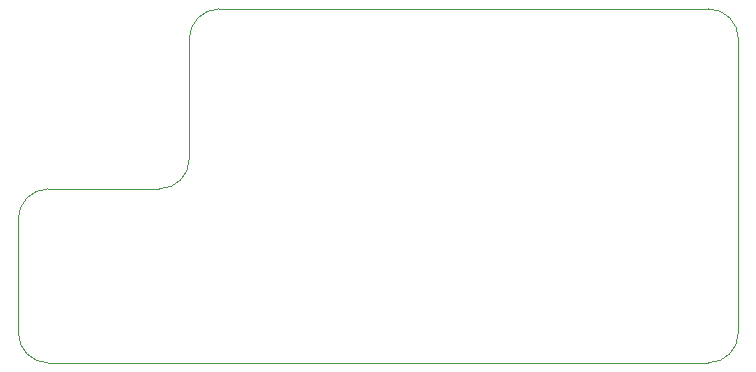
<source format=gbr>
G04 #@! TF.GenerationSoftware,KiCad,Pcbnew,(5.1.9)-1*
G04 #@! TF.CreationDate,2021-02-01T20:54:34+00:00*
G04 #@! TF.ProjectId,Amiga DF0 DF1 Switcher - Design B,416d6967-6120-4444-9630-204446312053,1*
G04 #@! TF.SameCoordinates,Original*
G04 #@! TF.FileFunction,Profile,NP*
%FSLAX46Y46*%
G04 Gerber Fmt 4.6, Leading zero omitted, Abs format (unit mm)*
G04 Created by KiCad (PCBNEW (5.1.9)-1) date 2021-02-01 20:54:34*
%MOMM*%
%LPD*%
G01*
G04 APERTURE LIST*
G04 #@! TA.AperFunction,Profile*
%ADD10C,0.050000*%
G04 #@! TD*
G04 APERTURE END LIST*
D10*
X120396000Y-137160000D02*
G75*
G02*
X122936000Y-134620000I2540000J0D01*
G01*
X122936000Y-134620000D02*
X132334000Y-134620000D01*
X134874000Y-132080000D02*
G75*
G02*
X132334000Y-134620000I-2540000J0D01*
G01*
X120396000Y-137160000D02*
X120396000Y-146812000D01*
X134874000Y-121920000D02*
G75*
G02*
X137414000Y-119380000I2540000J0D01*
G01*
X122936000Y-149352000D02*
G75*
G02*
X120396000Y-146812000I0J2540000D01*
G01*
X181356000Y-146812000D02*
G75*
G02*
X178816000Y-149352000I-2540000J0D01*
G01*
X178816000Y-119380000D02*
G75*
G02*
X181356000Y-121920000I0J-2540000D01*
G01*
X137414000Y-119380000D02*
X178816000Y-119380000D01*
X134874000Y-132080000D02*
X134874000Y-121920000D01*
X178816000Y-149352000D02*
X122936000Y-149352000D01*
X181356000Y-121920000D02*
X181356000Y-146812000D01*
M02*

</source>
